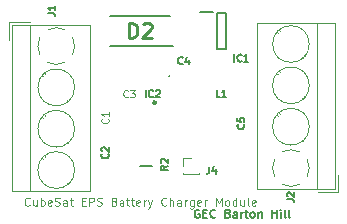
<source format=gbr>
%TF.GenerationSoftware,KiCad,Pcbnew,(6.0.11)*%
%TF.CreationDate,2023-02-10T19:03:08+05:30*%
%TF.ProjectId,charg,63686172-672e-46b6-9963-61645f706362,rev?*%
%TF.SameCoordinates,Original*%
%TF.FileFunction,Legend,Top*%
%TF.FilePolarity,Positive*%
%FSLAX46Y46*%
G04 Gerber Fmt 4.6, Leading zero omitted, Abs format (unit mm)*
G04 Created by KiCad (PCBNEW (6.0.11)) date 2023-02-10 19:03:08*
%MOMM*%
%LPD*%
G01*
G04 APERTURE LIST*
%ADD10C,0.150000*%
%ADD11C,0.100000*%
%ADD12C,0.254000*%
%ADD13C,0.120000*%
%ADD14C,0.200000*%
%ADD15C,0.250000*%
G04 APERTURE END LIST*
D10*
X150544666Y-68484000D02*
X150478000Y-68450666D01*
X150378000Y-68450666D01*
X150278000Y-68484000D01*
X150211333Y-68550666D01*
X150178000Y-68617333D01*
X150144666Y-68750666D01*
X150144666Y-68850666D01*
X150178000Y-68984000D01*
X150211333Y-69050666D01*
X150278000Y-69117333D01*
X150378000Y-69150666D01*
X150444666Y-69150666D01*
X150544666Y-69117333D01*
X150578000Y-69084000D01*
X150578000Y-68850666D01*
X150444666Y-68850666D01*
X150878000Y-68784000D02*
X151111333Y-68784000D01*
X151211333Y-69150666D02*
X150878000Y-69150666D01*
X150878000Y-68450666D01*
X151211333Y-68450666D01*
X151911333Y-69084000D02*
X151878000Y-69117333D01*
X151778000Y-69150666D01*
X151711333Y-69150666D01*
X151611333Y-69117333D01*
X151544666Y-69050666D01*
X151511333Y-68984000D01*
X151478000Y-68850666D01*
X151478000Y-68750666D01*
X151511333Y-68617333D01*
X151544666Y-68550666D01*
X151611333Y-68484000D01*
X151711333Y-68450666D01*
X151778000Y-68450666D01*
X151878000Y-68484000D01*
X151911333Y-68517333D01*
X152978000Y-68784000D02*
X153078000Y-68817333D01*
X153111333Y-68850666D01*
X153144666Y-68917333D01*
X153144666Y-69017333D01*
X153111333Y-69084000D01*
X153078000Y-69117333D01*
X153011333Y-69150666D01*
X152744666Y-69150666D01*
X152744666Y-68450666D01*
X152978000Y-68450666D01*
X153044666Y-68484000D01*
X153078000Y-68517333D01*
X153111333Y-68584000D01*
X153111333Y-68650666D01*
X153078000Y-68717333D01*
X153044666Y-68750666D01*
X152978000Y-68784000D01*
X152744666Y-68784000D01*
X153744666Y-69150666D02*
X153744666Y-68784000D01*
X153711333Y-68717333D01*
X153644666Y-68684000D01*
X153511333Y-68684000D01*
X153444666Y-68717333D01*
X153744666Y-69117333D02*
X153678000Y-69150666D01*
X153511333Y-69150666D01*
X153444666Y-69117333D01*
X153411333Y-69050666D01*
X153411333Y-68984000D01*
X153444666Y-68917333D01*
X153511333Y-68884000D01*
X153678000Y-68884000D01*
X153744666Y-68850666D01*
X154078000Y-69150666D02*
X154078000Y-68684000D01*
X154078000Y-68817333D02*
X154111333Y-68750666D01*
X154144666Y-68717333D01*
X154211333Y-68684000D01*
X154278000Y-68684000D01*
X154411333Y-68684000D02*
X154678000Y-68684000D01*
X154511333Y-68450666D02*
X154511333Y-69050666D01*
X154544666Y-69117333D01*
X154611333Y-69150666D01*
X154678000Y-69150666D01*
X155011333Y-69150666D02*
X154944666Y-69117333D01*
X154911333Y-69084000D01*
X154878000Y-69017333D01*
X154878000Y-68817333D01*
X154911333Y-68750666D01*
X154944666Y-68717333D01*
X155011333Y-68684000D01*
X155111333Y-68684000D01*
X155178000Y-68717333D01*
X155211333Y-68750666D01*
X155244666Y-68817333D01*
X155244666Y-69017333D01*
X155211333Y-69084000D01*
X155178000Y-69117333D01*
X155111333Y-69150666D01*
X155011333Y-69150666D01*
X155544666Y-68684000D02*
X155544666Y-69150666D01*
X155544666Y-68750666D02*
X155578000Y-68717333D01*
X155644666Y-68684000D01*
X155744666Y-68684000D01*
X155811333Y-68717333D01*
X155844666Y-68784000D01*
X155844666Y-69150666D01*
X156711333Y-69150666D02*
X156711333Y-68450666D01*
X156711333Y-68784000D02*
X157111333Y-68784000D01*
X157111333Y-69150666D02*
X157111333Y-68450666D01*
X157444666Y-69150666D02*
X157444666Y-68684000D01*
X157444666Y-68450666D02*
X157411333Y-68484000D01*
X157444666Y-68517333D01*
X157478000Y-68484000D01*
X157444666Y-68450666D01*
X157444666Y-68517333D01*
X157878000Y-69150666D02*
X157811333Y-69117333D01*
X157778000Y-69050666D01*
X157778000Y-68450666D01*
X158244666Y-69150666D02*
X158178000Y-69117333D01*
X158144666Y-69050666D01*
X158144666Y-68450666D01*
D11*
X136192000Y-68068000D02*
X136158666Y-68101333D01*
X136058666Y-68134666D01*
X135992000Y-68134666D01*
X135892000Y-68101333D01*
X135825333Y-68034666D01*
X135792000Y-67968000D01*
X135758666Y-67834666D01*
X135758666Y-67734666D01*
X135792000Y-67601333D01*
X135825333Y-67534666D01*
X135892000Y-67468000D01*
X135992000Y-67434666D01*
X136058666Y-67434666D01*
X136158666Y-67468000D01*
X136192000Y-67501333D01*
X136792000Y-67668000D02*
X136792000Y-68134666D01*
X136492000Y-67668000D02*
X136492000Y-68034666D01*
X136525333Y-68101333D01*
X136592000Y-68134666D01*
X136692000Y-68134666D01*
X136758666Y-68101333D01*
X136792000Y-68068000D01*
X137125333Y-68134666D02*
X137125333Y-67434666D01*
X137125333Y-67701333D02*
X137192000Y-67668000D01*
X137325333Y-67668000D01*
X137392000Y-67701333D01*
X137425333Y-67734666D01*
X137458666Y-67801333D01*
X137458666Y-68001333D01*
X137425333Y-68068000D01*
X137392000Y-68101333D01*
X137325333Y-68134666D01*
X137192000Y-68134666D01*
X137125333Y-68101333D01*
X138025333Y-68101333D02*
X137958666Y-68134666D01*
X137825333Y-68134666D01*
X137758666Y-68101333D01*
X137725333Y-68034666D01*
X137725333Y-67768000D01*
X137758666Y-67701333D01*
X137825333Y-67668000D01*
X137958666Y-67668000D01*
X138025333Y-67701333D01*
X138058666Y-67768000D01*
X138058666Y-67834666D01*
X137725333Y-67901333D01*
X138325333Y-68101333D02*
X138425333Y-68134666D01*
X138592000Y-68134666D01*
X138658666Y-68101333D01*
X138692000Y-68068000D01*
X138725333Y-68001333D01*
X138725333Y-67934666D01*
X138692000Y-67868000D01*
X138658666Y-67834666D01*
X138592000Y-67801333D01*
X138458666Y-67768000D01*
X138392000Y-67734666D01*
X138358666Y-67701333D01*
X138325333Y-67634666D01*
X138325333Y-67568000D01*
X138358666Y-67501333D01*
X138392000Y-67468000D01*
X138458666Y-67434666D01*
X138625333Y-67434666D01*
X138725333Y-67468000D01*
X139325333Y-68134666D02*
X139325333Y-67768000D01*
X139292000Y-67701333D01*
X139225333Y-67668000D01*
X139092000Y-67668000D01*
X139025333Y-67701333D01*
X139325333Y-68101333D02*
X139258666Y-68134666D01*
X139092000Y-68134666D01*
X139025333Y-68101333D01*
X138992000Y-68034666D01*
X138992000Y-67968000D01*
X139025333Y-67901333D01*
X139092000Y-67868000D01*
X139258666Y-67868000D01*
X139325333Y-67834666D01*
X139558666Y-67668000D02*
X139825333Y-67668000D01*
X139658666Y-67434666D02*
X139658666Y-68034666D01*
X139692000Y-68101333D01*
X139758666Y-68134666D01*
X139825333Y-68134666D01*
X140592000Y-67768000D02*
X140825333Y-67768000D01*
X140925333Y-68134666D02*
X140592000Y-68134666D01*
X140592000Y-67434666D01*
X140925333Y-67434666D01*
X141225333Y-68134666D02*
X141225333Y-67434666D01*
X141492000Y-67434666D01*
X141558666Y-67468000D01*
X141592000Y-67501333D01*
X141625333Y-67568000D01*
X141625333Y-67668000D01*
X141592000Y-67734666D01*
X141558666Y-67768000D01*
X141492000Y-67801333D01*
X141225333Y-67801333D01*
X141892000Y-68101333D02*
X141992000Y-68134666D01*
X142158666Y-68134666D01*
X142225333Y-68101333D01*
X142258666Y-68068000D01*
X142292000Y-68001333D01*
X142292000Y-67934666D01*
X142258666Y-67868000D01*
X142225333Y-67834666D01*
X142158666Y-67801333D01*
X142025333Y-67768000D01*
X141958666Y-67734666D01*
X141925333Y-67701333D01*
X141892000Y-67634666D01*
X141892000Y-67568000D01*
X141925333Y-67501333D01*
X141958666Y-67468000D01*
X142025333Y-67434666D01*
X142192000Y-67434666D01*
X142292000Y-67468000D01*
X143358666Y-67768000D02*
X143458666Y-67801333D01*
X143492000Y-67834666D01*
X143525333Y-67901333D01*
X143525333Y-68001333D01*
X143492000Y-68068000D01*
X143458666Y-68101333D01*
X143392000Y-68134666D01*
X143125333Y-68134666D01*
X143125333Y-67434666D01*
X143358666Y-67434666D01*
X143425333Y-67468000D01*
X143458666Y-67501333D01*
X143492000Y-67568000D01*
X143492000Y-67634666D01*
X143458666Y-67701333D01*
X143425333Y-67734666D01*
X143358666Y-67768000D01*
X143125333Y-67768000D01*
X144125333Y-68134666D02*
X144125333Y-67768000D01*
X144092000Y-67701333D01*
X144025333Y-67668000D01*
X143892000Y-67668000D01*
X143825333Y-67701333D01*
X144125333Y-68101333D02*
X144058666Y-68134666D01*
X143892000Y-68134666D01*
X143825333Y-68101333D01*
X143792000Y-68034666D01*
X143792000Y-67968000D01*
X143825333Y-67901333D01*
X143892000Y-67868000D01*
X144058666Y-67868000D01*
X144125333Y-67834666D01*
X144358666Y-67668000D02*
X144625333Y-67668000D01*
X144458666Y-67434666D02*
X144458666Y-68034666D01*
X144492000Y-68101333D01*
X144558666Y-68134666D01*
X144625333Y-68134666D01*
X144758666Y-67668000D02*
X145025333Y-67668000D01*
X144858666Y-67434666D02*
X144858666Y-68034666D01*
X144892000Y-68101333D01*
X144958666Y-68134666D01*
X145025333Y-68134666D01*
X145525333Y-68101333D02*
X145458666Y-68134666D01*
X145325333Y-68134666D01*
X145258666Y-68101333D01*
X145225333Y-68034666D01*
X145225333Y-67768000D01*
X145258666Y-67701333D01*
X145325333Y-67668000D01*
X145458666Y-67668000D01*
X145525333Y-67701333D01*
X145558666Y-67768000D01*
X145558666Y-67834666D01*
X145225333Y-67901333D01*
X145858666Y-68134666D02*
X145858666Y-67668000D01*
X145858666Y-67801333D02*
X145892000Y-67734666D01*
X145925333Y-67701333D01*
X145992000Y-67668000D01*
X146058666Y-67668000D01*
X146225333Y-67668000D02*
X146392000Y-68134666D01*
X146558666Y-67668000D02*
X146392000Y-68134666D01*
X146325333Y-68301333D01*
X146292000Y-68334666D01*
X146225333Y-68368000D01*
X147758666Y-68068000D02*
X147725333Y-68101333D01*
X147625333Y-68134666D01*
X147558666Y-68134666D01*
X147458666Y-68101333D01*
X147392000Y-68034666D01*
X147358666Y-67968000D01*
X147325333Y-67834666D01*
X147325333Y-67734666D01*
X147358666Y-67601333D01*
X147392000Y-67534666D01*
X147458666Y-67468000D01*
X147558666Y-67434666D01*
X147625333Y-67434666D01*
X147725333Y-67468000D01*
X147758666Y-67501333D01*
X148058666Y-68134666D02*
X148058666Y-67434666D01*
X148358666Y-68134666D02*
X148358666Y-67768000D01*
X148325333Y-67701333D01*
X148258666Y-67668000D01*
X148158666Y-67668000D01*
X148092000Y-67701333D01*
X148058666Y-67734666D01*
X148992000Y-68134666D02*
X148992000Y-67768000D01*
X148958666Y-67701333D01*
X148892000Y-67668000D01*
X148758666Y-67668000D01*
X148692000Y-67701333D01*
X148992000Y-68101333D02*
X148925333Y-68134666D01*
X148758666Y-68134666D01*
X148692000Y-68101333D01*
X148658666Y-68034666D01*
X148658666Y-67968000D01*
X148692000Y-67901333D01*
X148758666Y-67868000D01*
X148925333Y-67868000D01*
X148992000Y-67834666D01*
X149325333Y-68134666D02*
X149325333Y-67668000D01*
X149325333Y-67801333D02*
X149358666Y-67734666D01*
X149392000Y-67701333D01*
X149458666Y-67668000D01*
X149525333Y-67668000D01*
X150058666Y-67668000D02*
X150058666Y-68234666D01*
X150025333Y-68301333D01*
X149992000Y-68334666D01*
X149925333Y-68368000D01*
X149825333Y-68368000D01*
X149758666Y-68334666D01*
X150058666Y-68101333D02*
X149992000Y-68134666D01*
X149858666Y-68134666D01*
X149792000Y-68101333D01*
X149758666Y-68068000D01*
X149725333Y-68001333D01*
X149725333Y-67801333D01*
X149758666Y-67734666D01*
X149792000Y-67701333D01*
X149858666Y-67668000D01*
X149992000Y-67668000D01*
X150058666Y-67701333D01*
X150658666Y-68101333D02*
X150592000Y-68134666D01*
X150458666Y-68134666D01*
X150392000Y-68101333D01*
X150358666Y-68034666D01*
X150358666Y-67768000D01*
X150392000Y-67701333D01*
X150458666Y-67668000D01*
X150592000Y-67668000D01*
X150658666Y-67701333D01*
X150692000Y-67768000D01*
X150692000Y-67834666D01*
X150358666Y-67901333D01*
X150992000Y-68134666D02*
X150992000Y-67668000D01*
X150992000Y-67801333D02*
X151025333Y-67734666D01*
X151058666Y-67701333D01*
X151125333Y-67668000D01*
X151192000Y-67668000D01*
X151958666Y-68134666D02*
X151958666Y-67434666D01*
X152192000Y-67934666D01*
X152425333Y-67434666D01*
X152425333Y-68134666D01*
X152858666Y-68134666D02*
X152792000Y-68101333D01*
X152758666Y-68068000D01*
X152725333Y-68001333D01*
X152725333Y-67801333D01*
X152758666Y-67734666D01*
X152792000Y-67701333D01*
X152858666Y-67668000D01*
X152958666Y-67668000D01*
X153025333Y-67701333D01*
X153058666Y-67734666D01*
X153092000Y-67801333D01*
X153092000Y-68001333D01*
X153058666Y-68068000D01*
X153025333Y-68101333D01*
X152958666Y-68134666D01*
X152858666Y-68134666D01*
X153692000Y-68134666D02*
X153692000Y-67434666D01*
X153692000Y-68101333D02*
X153625333Y-68134666D01*
X153492000Y-68134666D01*
X153425333Y-68101333D01*
X153392000Y-68068000D01*
X153358666Y-68001333D01*
X153358666Y-67801333D01*
X153392000Y-67734666D01*
X153425333Y-67701333D01*
X153492000Y-67668000D01*
X153625333Y-67668000D01*
X153692000Y-67701333D01*
X154325333Y-67668000D02*
X154325333Y-68134666D01*
X154025333Y-67668000D02*
X154025333Y-68034666D01*
X154058666Y-68101333D01*
X154125333Y-68134666D01*
X154225333Y-68134666D01*
X154292000Y-68101333D01*
X154325333Y-68068000D01*
X154758666Y-68134666D02*
X154692000Y-68101333D01*
X154658666Y-68034666D01*
X154658666Y-67434666D01*
X155292000Y-68101333D02*
X155225333Y-68134666D01*
X155092000Y-68134666D01*
X155025333Y-68101333D01*
X154992000Y-68034666D01*
X154992000Y-67768000D01*
X155025333Y-67701333D01*
X155092000Y-67668000D01*
X155225333Y-67668000D01*
X155292000Y-67701333D01*
X155325333Y-67768000D01*
X155325333Y-67834666D01*
X154992000Y-67901333D01*
D10*
%TO.C,R2*%
X147861428Y-64750000D02*
X147575714Y-64950000D01*
X147861428Y-65092857D02*
X147261428Y-65092857D01*
X147261428Y-64864285D01*
X147290000Y-64807142D01*
X147318571Y-64778571D01*
X147375714Y-64750000D01*
X147461428Y-64750000D01*
X147518571Y-64778571D01*
X147547142Y-64807142D01*
X147575714Y-64864285D01*
X147575714Y-65092857D01*
X147318571Y-64521428D02*
X147290000Y-64492857D01*
X147261428Y-64435714D01*
X147261428Y-64292857D01*
X147290000Y-64235714D01*
X147318571Y-64207142D01*
X147375714Y-64178571D01*
X147432857Y-64178571D01*
X147518571Y-64207142D01*
X147861428Y-64550000D01*
X147861428Y-64178571D01*
D12*
%TO.C,D2*%
X144572619Y-53914523D02*
X144572619Y-52644523D01*
X144875000Y-52644523D01*
X145056428Y-52705000D01*
X145177380Y-52825952D01*
X145237857Y-52946904D01*
X145298333Y-53188809D01*
X145298333Y-53370238D01*
X145237857Y-53612142D01*
X145177380Y-53733095D01*
X145056428Y-53854047D01*
X144875000Y-53914523D01*
X144572619Y-53914523D01*
X145782142Y-52765476D02*
X145842619Y-52705000D01*
X145963571Y-52644523D01*
X146265952Y-52644523D01*
X146386904Y-52705000D01*
X146447380Y-52765476D01*
X146507857Y-52886428D01*
X146507857Y-53007380D01*
X146447380Y-53188809D01*
X145721666Y-53914523D01*
X146507857Y-53914523D01*
D10*
%TO.C,C4*%
X149125000Y-56094285D02*
X149096428Y-56122857D01*
X149010714Y-56151428D01*
X148953571Y-56151428D01*
X148867857Y-56122857D01*
X148810714Y-56065714D01*
X148782142Y-56008571D01*
X148753571Y-55894285D01*
X148753571Y-55808571D01*
X148782142Y-55694285D01*
X148810714Y-55637142D01*
X148867857Y-55580000D01*
X148953571Y-55551428D01*
X149010714Y-55551428D01*
X149096428Y-55580000D01*
X149125000Y-55608571D01*
X149639285Y-55751428D02*
X149639285Y-56151428D01*
X149496428Y-55522857D02*
X149353571Y-55951428D01*
X149725000Y-55951428D01*
D13*
%TO.C,C3*%
X144490000Y-58888285D02*
X144461428Y-58916857D01*
X144375714Y-58945428D01*
X144318571Y-58945428D01*
X144232857Y-58916857D01*
X144175714Y-58859714D01*
X144147142Y-58802571D01*
X144118571Y-58688285D01*
X144118571Y-58602571D01*
X144147142Y-58488285D01*
X144175714Y-58431142D01*
X144232857Y-58374000D01*
X144318571Y-58345428D01*
X144375714Y-58345428D01*
X144461428Y-58374000D01*
X144490000Y-58402571D01*
X144690000Y-58345428D02*
X145061428Y-58345428D01*
X144861428Y-58574000D01*
X144947142Y-58574000D01*
X145004285Y-58602571D01*
X145032857Y-58631142D01*
X145061428Y-58688285D01*
X145061428Y-58831142D01*
X145032857Y-58888285D01*
X145004285Y-58916857D01*
X144947142Y-58945428D01*
X144775714Y-58945428D01*
X144718571Y-58916857D01*
X144690000Y-58888285D01*
D10*
%TO.C,L1*%
X152300000Y-58921428D02*
X152014285Y-58921428D01*
X152014285Y-58321428D01*
X152814285Y-58921428D02*
X152471428Y-58921428D01*
X152642857Y-58921428D02*
X152642857Y-58321428D01*
X152585714Y-58407142D01*
X152528571Y-58464285D01*
X152471428Y-58492857D01*
%TO.C,IC1*%
X153504285Y-55921428D02*
X153504285Y-55321428D01*
X154132857Y-55864285D02*
X154104285Y-55892857D01*
X154018571Y-55921428D01*
X153961428Y-55921428D01*
X153875714Y-55892857D01*
X153818571Y-55835714D01*
X153790000Y-55778571D01*
X153761428Y-55664285D01*
X153761428Y-55578571D01*
X153790000Y-55464285D01*
X153818571Y-55407142D01*
X153875714Y-55350000D01*
X153961428Y-55321428D01*
X154018571Y-55321428D01*
X154104285Y-55350000D01*
X154132857Y-55378571D01*
X154704285Y-55921428D02*
X154361428Y-55921428D01*
X154532857Y-55921428D02*
X154532857Y-55321428D01*
X154475714Y-55407142D01*
X154418571Y-55464285D01*
X154361428Y-55492857D01*
%TO.C,J1*%
X137761428Y-51850000D02*
X138190000Y-51850000D01*
X138275714Y-51878571D01*
X138332857Y-51935714D01*
X138361428Y-52021428D01*
X138361428Y-52078571D01*
X138361428Y-51250000D02*
X138361428Y-51592857D01*
X138361428Y-51421428D02*
X137761428Y-51421428D01*
X137847142Y-51478571D01*
X137904285Y-51535714D01*
X137932857Y-51592857D01*
%TO.C,C2*%
X142804285Y-63750000D02*
X142832857Y-63778571D01*
X142861428Y-63864285D01*
X142861428Y-63921428D01*
X142832857Y-64007142D01*
X142775714Y-64064285D01*
X142718571Y-64092857D01*
X142604285Y-64121428D01*
X142518571Y-64121428D01*
X142404285Y-64092857D01*
X142347142Y-64064285D01*
X142290000Y-64007142D01*
X142261428Y-63921428D01*
X142261428Y-63864285D01*
X142290000Y-63778571D01*
X142318571Y-63750000D01*
X142318571Y-63521428D02*
X142290000Y-63492857D01*
X142261428Y-63435714D01*
X142261428Y-63292857D01*
X142290000Y-63235714D01*
X142318571Y-63207142D01*
X142375714Y-63178571D01*
X142432857Y-63178571D01*
X142518571Y-63207142D01*
X142861428Y-63550000D01*
X142861428Y-63178571D01*
%TO.C,C5*%
X154304285Y-61250000D02*
X154332857Y-61278571D01*
X154361428Y-61364285D01*
X154361428Y-61421428D01*
X154332857Y-61507142D01*
X154275714Y-61564285D01*
X154218571Y-61592857D01*
X154104285Y-61621428D01*
X154018571Y-61621428D01*
X153904285Y-61592857D01*
X153847142Y-61564285D01*
X153790000Y-61507142D01*
X153761428Y-61421428D01*
X153761428Y-61364285D01*
X153790000Y-61278571D01*
X153818571Y-61250000D01*
X153761428Y-60707142D02*
X153761428Y-60992857D01*
X154047142Y-61021428D01*
X154018571Y-60992857D01*
X153990000Y-60935714D01*
X153990000Y-60792857D01*
X154018571Y-60735714D01*
X154047142Y-60707142D01*
X154104285Y-60678571D01*
X154247142Y-60678571D01*
X154304285Y-60707142D01*
X154332857Y-60735714D01*
X154361428Y-60792857D01*
X154361428Y-60935714D01*
X154332857Y-60992857D01*
X154304285Y-61021428D01*
%TO.C,IC2*%
X146004285Y-58921428D02*
X146004285Y-58321428D01*
X146632857Y-58864285D02*
X146604285Y-58892857D01*
X146518571Y-58921428D01*
X146461428Y-58921428D01*
X146375714Y-58892857D01*
X146318571Y-58835714D01*
X146290000Y-58778571D01*
X146261428Y-58664285D01*
X146261428Y-58578571D01*
X146290000Y-58464285D01*
X146318571Y-58407142D01*
X146375714Y-58350000D01*
X146461428Y-58321428D01*
X146518571Y-58321428D01*
X146604285Y-58350000D01*
X146632857Y-58378571D01*
X146861428Y-58378571D02*
X146890000Y-58350000D01*
X146947142Y-58321428D01*
X147090000Y-58321428D01*
X147147142Y-58350000D01*
X147175714Y-58378571D01*
X147204285Y-58435714D01*
X147204285Y-58492857D01*
X147175714Y-58578571D01*
X146832857Y-58921428D01*
X147204285Y-58921428D01*
D13*
%TO.C,C1*%
X142804285Y-60750000D02*
X142832857Y-60778571D01*
X142861428Y-60864285D01*
X142861428Y-60921428D01*
X142832857Y-61007142D01*
X142775714Y-61064285D01*
X142718571Y-61092857D01*
X142604285Y-61121428D01*
X142518571Y-61121428D01*
X142404285Y-61092857D01*
X142347142Y-61064285D01*
X142290000Y-61007142D01*
X142261428Y-60921428D01*
X142261428Y-60864285D01*
X142290000Y-60778571D01*
X142318571Y-60750000D01*
X142861428Y-60178571D02*
X142861428Y-60521428D01*
X142861428Y-60350000D02*
X142261428Y-60350000D01*
X142347142Y-60407142D01*
X142404285Y-60464285D01*
X142432857Y-60521428D01*
D10*
%TO.C,J2*%
X157970717Y-67600000D02*
X158399289Y-67600000D01*
X158485003Y-67628571D01*
X158542146Y-67685714D01*
X158570717Y-67771428D01*
X158570717Y-67828571D01*
X158027860Y-67342857D02*
X157999289Y-67314285D01*
X157970717Y-67257142D01*
X157970717Y-67114285D01*
X157999289Y-67057142D01*
X158027860Y-67028571D01*
X158085003Y-67000000D01*
X158142146Y-67000000D01*
X158227860Y-67028571D01*
X158570717Y-67371428D01*
X158570717Y-67000000D01*
%TO.C,J4*%
X151390000Y-64821428D02*
X151390000Y-65250000D01*
X151361428Y-65335714D01*
X151304285Y-65392857D01*
X151218571Y-65421428D01*
X151161428Y-65421428D01*
X151932857Y-65021428D02*
X151932857Y-65421428D01*
X151790000Y-64792857D02*
X151647142Y-65221428D01*
X152018571Y-65221428D01*
D14*
%TO.C,R2*%
X145525000Y-64770000D02*
X146575000Y-64770000D01*
%TO.C,D2*%
X148048000Y-52052000D02*
X142972000Y-52052000D01*
X142972000Y-54628000D02*
X148335000Y-54628000D01*
%TO.C,C4*%
X148025000Y-57150000D02*
G75*
G03*
X148025000Y-57150000I-50000J0D01*
G01*
%TO.C,IC1*%
X150580000Y-51765000D02*
X151680000Y-51765000D01*
X152030000Y-54852000D02*
X152030000Y-51828000D01*
X152830000Y-51828000D02*
X152830000Y-54852000D01*
X152830000Y-54852000D02*
X152030000Y-54852000D01*
X152030000Y-51828000D02*
X152830000Y-51828000D01*
D13*
%TO.C,J1*%
X141290000Y-66920000D02*
X134670000Y-66920000D01*
X137305000Y-60675000D02*
X137250000Y-60621000D01*
X137305000Y-64175000D02*
X137250000Y-64121000D01*
X137516000Y-57007000D02*
X137440000Y-56931000D01*
X139420000Y-66290000D02*
X139344000Y-66214000D01*
X139420000Y-62790000D02*
X139344000Y-62714000D01*
X136230000Y-52800000D02*
X136230000Y-66920000D01*
X134430000Y-52560000D02*
X134430000Y-54060000D01*
X141290000Y-52800000D02*
X141290000Y-66920000D01*
X139610000Y-59100000D02*
X139556000Y-59046000D01*
X137305000Y-57175000D02*
X137250000Y-57121000D01*
X136170000Y-52560000D02*
X134430000Y-52560000D01*
X139420000Y-59290000D02*
X139344000Y-59214000D01*
X137516000Y-64007000D02*
X137440000Y-63931000D01*
X134670000Y-52800000D02*
X134670000Y-66920000D01*
X141290000Y-52800000D02*
X134670000Y-52800000D01*
X139610000Y-62600000D02*
X139556000Y-62546000D01*
X139610000Y-66100000D02*
X139556000Y-66046000D01*
X137516000Y-60507000D02*
X137440000Y-60431000D01*
X137044000Y-53903000D02*
G75*
G03*
X136874318Y-54636444I1385995J-706999D01*
G01*
X139137000Y-53224000D02*
G75*
G03*
X137724267Y-53223355I-707000J-1386000D01*
G01*
X139816000Y-55317000D02*
G75*
G03*
X139816645Y-53904267I-1386000J707000D01*
G01*
X136875000Y-54610000D02*
G75*
G03*
X137044485Y-55315955I1555008J2D01*
G01*
X137723000Y-55996000D02*
G75*
G03*
X139135733Y-55996645I706999J1386001D01*
G01*
X139985000Y-65110000D02*
G75*
G03*
X139985000Y-65110000I-1555000J0D01*
G01*
X139985000Y-61610000D02*
G75*
G03*
X139985000Y-61610000I-1555000J0D01*
G01*
X139985000Y-58110000D02*
G75*
G03*
X139985000Y-58110000I-1555000J0D01*
G01*
D15*
%TO.C,IC2*%
X146875000Y-59390000D02*
G75*
G03*
X146875000Y-59390000I-125000J0D01*
G01*
D13*
%TO.C,J2*%
X159425000Y-58875000D02*
X159480000Y-58929000D01*
X157120000Y-56950000D02*
X157174000Y-57004000D01*
X157310000Y-56760000D02*
X157386000Y-56836000D01*
X159425000Y-62375000D02*
X159480000Y-62429000D01*
X157120000Y-60450000D02*
X157174000Y-60504000D01*
X159214000Y-62543000D02*
X159290000Y-62619000D01*
X159214000Y-55543000D02*
X159290000Y-55619000D01*
X159214000Y-59043000D02*
X159290000Y-59119000D01*
X155440000Y-66750000D02*
X162060000Y-66750000D01*
X155440000Y-66750000D02*
X155440000Y-52630000D01*
X157310000Y-60260000D02*
X157386000Y-60336000D01*
X162060000Y-66750000D02*
X162060000Y-52630000D01*
X162300000Y-66990000D02*
X162300000Y-65490000D01*
X157310000Y-53260000D02*
X157386000Y-53336000D01*
X160560000Y-66990000D02*
X162300000Y-66990000D01*
X159425000Y-55375000D02*
X159480000Y-55429000D01*
X160500000Y-66750000D02*
X160500000Y-52630000D01*
X157120000Y-53450000D02*
X157174000Y-53504000D01*
X155440000Y-52630000D02*
X162060000Y-52630000D01*
X157593000Y-66326000D02*
G75*
G03*
X159005733Y-66326645I707000J1386000D01*
G01*
X159686000Y-65647000D02*
G75*
G03*
X159855682Y-64913556I-1385995J706999D01*
G01*
X156914000Y-64233000D02*
G75*
G03*
X156913355Y-65645733I1386000J-707000D01*
G01*
X159855000Y-64940000D02*
G75*
G03*
X159685515Y-64234045I-1555008J-2D01*
G01*
X159007000Y-63554000D02*
G75*
G03*
X157594267Y-63553355I-706999J-1386001D01*
G01*
X159855000Y-61440000D02*
G75*
G03*
X159855000Y-61440000I-1555000J0D01*
G01*
X159855000Y-54440000D02*
G75*
G03*
X159855000Y-54440000I-1555000J0D01*
G01*
X159855000Y-57940000D02*
G75*
G03*
X159855000Y-57940000I-1555000J0D01*
G01*
%TO.C,J4*%
X149165000Y-65455000D02*
X149251724Y-65455000D01*
X150468276Y-65455000D02*
X150555000Y-65455000D01*
X149165000Y-65455000D02*
X150555000Y-65455000D01*
X150555000Y-65455000D02*
X150555000Y-65330000D01*
X149165000Y-64770000D02*
X149165000Y-64085000D01*
X149165000Y-65455000D02*
X149165000Y-65330000D01*
X149165000Y-64085000D02*
X149860000Y-64085000D01*
%TD*%
M02*

</source>
